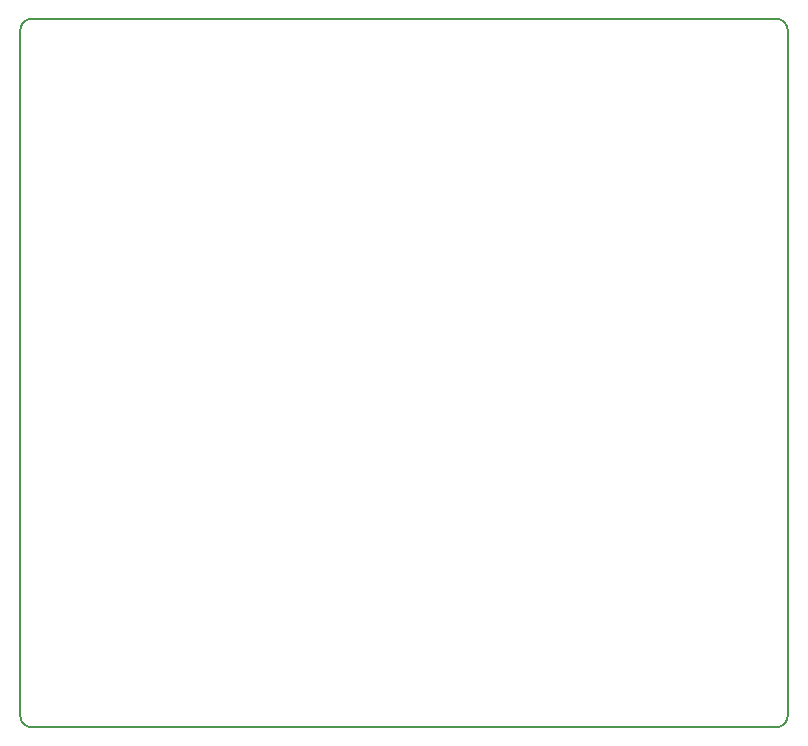
<source format=gbr>
G04 #@! TF.FileFunction,Profile,NP*
%FSLAX46Y46*%
G04 Gerber Fmt 4.6, Leading zero omitted, Abs format (unit mm)*
G04 Created by KiCad (PCBNEW 4.0.7-e2-6376~58~ubuntu16.04.1) date Wed Sep  5 16:34:56 2018*
%MOMM*%
%LPD*%
G01*
G04 APERTURE LIST*
%ADD10C,0.100000*%
%ADD11C,0.150000*%
G04 APERTURE END LIST*
D10*
D11*
X186500000Y-110000000D02*
G75*
G03X187500000Y-109000000I0J1000000D01*
G01*
X187500000Y-51000000D02*
G75*
G03X186500000Y-50000000I-1000000J0D01*
G01*
X123500000Y-50000000D02*
G75*
G03X122500000Y-51000000I0J-1000000D01*
G01*
X122500000Y-109000000D02*
G75*
G03X123500000Y-110000000I1000000J0D01*
G01*
X186500000Y-50000000D02*
X123500000Y-50000000D01*
X187500000Y-109000000D02*
X187500000Y-51000000D01*
X123500000Y-110000000D02*
X186500000Y-110000000D01*
X122500000Y-51000000D02*
X122500000Y-109000000D01*
M02*

</source>
